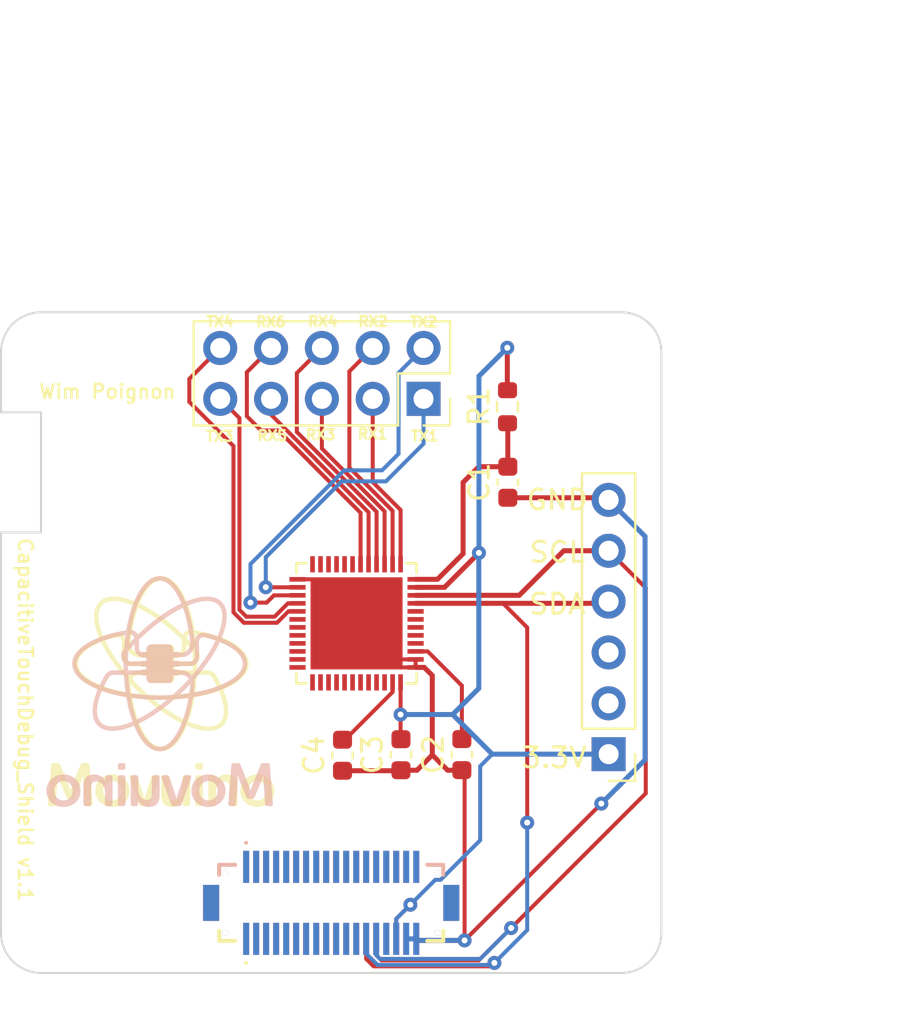
<source format=kicad_pcb>
(kicad_pcb (version 20171130) (host pcbnew "(5.1.10)-1")
  (layers (0 F.Cu signal) (31 B.Cu signal) (34 B.Paste user hide) (35 F.Paste user) (36 B.SilkS user) (37 F.SilkS user) (38 B.Mask user hide) (39 F.Mask user) (44 Edge.Cuts user))
  (net 0 "")
  (net 1 VDDA)
  (net 2 GND)
  (net 3 VDDD)
  (net 4 VCC)
  (net 5 "Net-(C4-Pad2)")
  (net 6 "Net-(J1-PadMP2)")
  (net 7 "Net-(J1-PadMP1)")
  (net 8 "Net-(J1-Pad36)")
  (net 9 "Net-(J1-Pad34)")
  (net 10 "Net-(J1-Pad32)")
  (net 11 "Net-(J1-Pad30)")
  (net 12 "Net-(J1-Pad29)")
  (net 13 "Net-(J1-Pad28)")
  (net 14 SCL)
  (net 15 "Net-(J1-Pad26)")
  (net 16 SDA)
  (net 17 "Net-(J1-Pad24)")
  (net 18 "Net-(J1-Pad23)")
  (net 19 "Net-(J1-Pad22)")
  (net 20 "Net-(J1-Pad21)")
  (net 21 "Net-(J1-Pad20)")
  (net 22 "Net-(J1-Pad19)")
  (net 23 "Net-(J1-Pad18)")
  (net 24 "Net-(J1-Pad17)")
  (net 25 "Net-(J1-Pad16)")
  (net 26 "Net-(J1-Pad15)")
  (net 27 "Net-(J1-Pad14)")
  (net 28 "Net-(J1-Pad13)")
  (net 29 "Net-(J1-Pad12)")
  (net 30 "Net-(J1-Pad11)")
  (net 31 "Net-(J1-Pad10)")
  (net 32 "Net-(J1-Pad9)")
  (net 33 "Net-(J1-Pad8)")
  (net 34 "Net-(J1-Pad7)")
  (net 35 "Net-(J1-Pad6)")
  (net 36 "Net-(J1-Pad5)")
  (net 37 A1)
  (net 38 "Net-(J1-Pad3)")
  (net 39 "Net-(J1-Pad2)")
  (net 40 "Net-(J1-Pad1)")
  (net 41 "Net-(J2-PadMP2)")
  (net 42 "Net-(J2-PadMP1)")
  (net 43 "Net-(J2-Pad35)")
  (net 44 "Net-(J2-Pad33)")
  (net 45 "Net-(J2-Pad31)")
  (net 46 "Net-(J2-Pad30)")
  (net 47 "Net-(J2-Pad29)")
  (net 48 "Net-(J2-Pad27)")
  (net 49 "Net-(J2-Pad25)")
  (net 50 "Net-(J2-Pad24)")
  (net 51 "Net-(J2-Pad23)")
  (net 52 "Net-(J2-Pad22)")
  (net 53 "Net-(J2-Pad21)")
  (net 54 "Net-(J2-Pad20)")
  (net 55 "Net-(J2-Pad19)")
  (net 56 "Net-(J2-Pad18)")
  (net 57 "Net-(J2-Pad17)")
  (net 58 "Net-(J2-Pad16)")
  (net 59 "Net-(J2-Pad15)")
  (net 60 "Net-(J2-Pad14)")
  (net 61 "Net-(J2-Pad13)")
  (net 62 "Net-(J2-Pad12)")
  (net 63 "Net-(J2-Pad11)")
  (net 64 "Net-(J2-Pad10)")
  (net 65 "Net-(J2-Pad9)")
  (net 66 "Net-(J2-Pad8)")
  (net 67 "Net-(J2-Pad7)")
  (net 68 "Net-(J2-Pad6)")
  (net 69 "Net-(J2-Pad5)")
  (net 70 "Net-(J2-Pad4)")
  (net 71 "Net-(J2-Pad2)")
  (net 72 "Net-(J2-Pad1)")
  (net 73 TX4)
  (net 74 TX3)
  (net 75 RX6)
  (net 76 RX5)
  (net 77 RX4)
  (net 78 RX3)
  (net 79 RX2)
  (net 80 RX1)
  (net 81 TX2)
  (net 82 TX1)
  (net 83 "Net-(J4-Pad3)")
  (net 84 "Net-(J4-Pad2)")
  (net 85 "Net-(U1-Pad6)")
  (net 86 "Net-(U1-Pad7)")
  (net 87 "Net-(U1-Pad8)")
  (net 88 "Net-(U1-Pad9)")
  (net 89 "Net-(U1-Pad10)")
  (net 90 "Net-(U1-Pad11)")
  (net 91 "Net-(U1-Pad12)")
  (net 92 "Net-(U1-Pad13)")
  (net 93 "Net-(U1-Pad14)")
  (net 94 "Net-(U1-Pad15)")
  (net 95 "Net-(U1-Pad16)")
  (net 96 "Net-(U1-Pad17)")
  (net 97 "Net-(U1-Pad18)")
  (net 98 "Net-(U1-Pad19)")
  (net 99 "Net-(U1-Pad20)")
  (net 100 "Net-(U1-Pad21)")
  (net 101 "Net-(U1-Pad22)")
  (net 102 "Net-(U1-Pad28)")
  (net 103 "Net-(U1-Pad29)")
  (net 104 "Net-(U1-Pad30)")
  (net 105 "Net-(U1-Pad31)")
  (net 106 "Net-(U1-Pad32)")
  (net 107 "Net-(U1-Pad43)")
  (net 108 "Net-(U1-Pad44)")
  (net 109 "Net-(U1-Pad45)")
  (net 110 "Net-(U1-Pad46)")
  (net 111 "Net-(U1-Pad47)")
  (net 112 "Net-(U1-Pad48)")
  (module MountingHole:MountingHole_2.2mm_M2 (layer F.Cu) (at 93.31198 36.87826)
    (fp_text reference REF** hide)
    (fp_text value MountingHole_2.2mm_M2)
    (pad "" np_thru_hole circle (at -41.31198 15.12174) (size 2.2 2.2) (drill 2.2) (layers *.Cu *.Mask))
  )
  (module Connector_PinSocket_2.54mm:PinSocket_2x05_P2.54mm_Vertical (layer F.Cu) (at 71.11492 54.32552 270)
    (fp_text reference J3 hide)
    (fp_text value Conn_02x05_Top_Bottom)
    (pad 10 thru_hole oval (at -2.54 10.16 270) (size 1.7 1.7) (drill 1) (layers *.Cu *.Mask) (net 73 TX4))
    (pad 9 thru_hole oval (at 0 10.16 270) (size 1.7 1.7) (drill 1) (layers *.Cu *.Mask) (net 74 TX3))
    (pad 8 thru_hole oval (at -2.54 7.62 270) (size 1.7 1.7) (drill 1) (layers *.Cu *.Mask) (net 75 RX6))
    (pad 7 thru_hole oval (at 0 7.62 270) (size 1.7 1.7) (drill 1) (layers *.Cu *.Mask) (net 76 RX5))
    (pad 6 thru_hole oval (at -2.54 5.08 270) (size 1.7 1.7) (drill 1) (layers *.Cu *.Mask) (net 77 RX4))
    (pad 5 thru_hole oval (at 0 5.08 270) (size 1.7 1.7) (drill 1) (layers *.Cu *.Mask) (net 78 RX3))
    (pad 4 thru_hole oval (at -2.54 2.54 270) (size 1.7 1.7) (drill 1) (layers *.Cu *.Mask) (net 79 RX2))
    (pad 3 thru_hole oval (at 0 2.54 270) (size 1.7 1.7) (drill 1) (layers *.Cu *.Mask) (net 80 RX1))
    (pad 2 thru_hole oval (at -2.54 0 270) (size 1.7 1.7) (drill 1) (layers *.Cu *.Mask) (net 81 TX2))
    (pad 1 thru_hole rect (at 0 0 270) (size 1.7 1.7) (drill 1) (layers *.Cu *.Mask) (net 82 TX1))
  )
  (module MountingHole:MountingHole_2.2mm_M2 (layer F.Cu) (at 92.6465 64.23914)
    (fp_text reference REF** hide)
    (fp_text value MountingHole_2.2mm_M2)
    (pad "" np_thru_hole circle (at -40.6465 16.76086) (size 2.2 2.2) (drill 2.2) (layers *.Cu *.Mask))
  )
  (module MountingHole:MountingHole_2.2mm_M2 (layer F.Cu) (at 87.26992 54.2996)
    (fp_text reference REF** hide)
    (fp_text value MountingHole_2.2mm_M2)
    (pad "" np_thru_hole circle (at -6.26992 26.7004) (size 2.2 2.2) (drill 2.2) (layers *.Cu *.Mask))
  )
  (module MountingHole:MountingHole_2.2mm_M2 (layer F.Cu) (at 81.44316 56.55706)
    (fp_text reference REF** hide)
    (fp_text value MountingHole_2.2mm_M2)
    (pad "" np_thru_hole circle (at -0.44316 -4.55706) (size 2.2 2.2) (drill 2.2) (layers *.Cu *.Mask))
  )
  (module MovuinoESP8266:LOGO_MOVUINO_BMP_11MM-BOTTOM (layer F.Cu) (at 57.8866 67.57416)
    (fp_text reference U$8 hide)
    (fp_text value LOGO_MOVUINOBOTTOM_11MM hide)
  )
  (module MovuinoESP8266:LOGO_MOVUINO_BMP_11MM-BOTTOM (layer B.Cu) (at 58.04662 67.57416 180)
    (fp_text reference U$8 hide)
    (fp_text value LOGO_MOVUINOBOTTOM_11MM hide)
  )
  (module DF12_3.0_-36DP-0.5V_86_:DF123036DP05V86 (layer B.Cu) (at 66.5 79.5)
    (fp_text reference J2 hide)
    (fp_text value DF12_3.0_-36DP_Male hide)
    (pad MP2 smd rect (at 6 0) (size 0.8 1.8) (layers B.Cu B.Paste B.Mask) (net 41 "Net-(J2-PadMP2)"))
    (pad MP1 smd rect (at -6 0) (size 0.8 1.8) (layers B.Cu B.Paste B.Mask) (net 42 "Net-(J2-PadMP1)"))
    (pad MH2 thru_hole circle (at 5.3 1.5 270) (size 0.3 0.3) (drill 0.6) (layers *.Cu *.Mask B.SilkS))
    (pad MH1 thru_hole circle (at -5.3 1.5 270) (size 0.3 0.3) (drill 0.6) (layers *.Cu *.Mask B.SilkS))
    (pad 36 smd rect (at 4.25 1.8) (size 0.3 1.6) (layers B.Cu B.Paste B.Mask) (net 2 GND))
    (pad 35 smd rect (at 4.25 -1.8) (size 0.3 1.6) (layers B.Cu B.Paste B.Mask) (net 43 "Net-(J2-Pad35)"))
    (pad 34 smd rect (at 3.75 1.8) (size 0.3 1.6) (layers B.Cu B.Paste B.Mask) (net 2 GND))
    (pad 33 smd rect (at 3.75 -1.8) (size 0.3 1.6) (layers B.Cu B.Paste B.Mask) (net 44 "Net-(J2-Pad33)"))
    (pad 32 smd rect (at 3.25 1.8) (size 0.3 1.6) (layers B.Cu B.Paste B.Mask) (net 4 VCC))
    (pad 31 smd rect (at 3.25 -1.8) (size 0.3 1.6) (layers B.Cu B.Paste B.Mask) (net 45 "Net-(J2-Pad31)"))
    (pad 30 smd rect (at 2.75 1.8) (size 0.3 1.6) (layers B.Cu B.Paste B.Mask) (net 46 "Net-(J2-Pad30)"))
    (pad 29 smd rect (at 2.75 -1.8) (size 0.3 1.6) (layers B.Cu B.Paste B.Mask) (net 47 "Net-(J2-Pad29)"))
    (pad 28 smd rect (at 2.25 1.8) (size 0.3 1.6) (layers B.Cu B.Paste B.Mask) (net 14 SCL))
    (pad 27 smd rect (at 2.25 -1.8) (size 0.3 1.6) (layers B.Cu B.Paste B.Mask) (net 48 "Net-(J2-Pad27)"))
    (pad 26 smd rect (at 1.75 1.8) (size 0.3 1.6) (layers B.Cu B.Paste B.Mask) (net 16 SDA))
    (pad 25 smd rect (at 1.75 -1.8) (size 0.3 1.6) (layers B.Cu B.Paste B.Mask) (net 49 "Net-(J2-Pad25)"))
    (pad 24 smd rect (at 1.25 1.8) (size 0.3 1.6) (layers B.Cu B.Paste B.Mask) (net 50 "Net-(J2-Pad24)"))
    (pad 23 smd rect (at 1.25 -1.8) (size 0.3 1.6) (layers B.Cu B.Paste B.Mask) (net 51 "Net-(J2-Pad23)"))
    (pad 22 smd rect (at 0.75 1.8) (size 0.3 1.6) (layers B.Cu B.Paste B.Mask) (net 52 "Net-(J2-Pad22)"))
    (pad 21 smd rect (at 0.75 -1.8) (size 0.3 1.6) (layers B.Cu B.Paste B.Mask) (net 53 "Net-(J2-Pad21)"))
    (pad 20 smd rect (at 0.25 1.8) (size 0.3 1.6) (layers B.Cu B.Paste B.Mask) (net 54 "Net-(J2-Pad20)"))
    (pad 19 smd rect (at 0.25 -1.8) (size 0.3 1.6) (layers B.Cu B.Paste B.Mask) (net 55 "Net-(J2-Pad19)"))
    (pad 18 smd rect (at -0.25 1.8) (size 0.3 1.6) (layers B.Cu B.Paste B.Mask) (net 56 "Net-(J2-Pad18)"))
    (pad 17 smd rect (at -0.25 -1.8) (size 0.3 1.6) (layers B.Cu B.Paste B.Mask) (net 57 "Net-(J2-Pad17)"))
    (pad 16 smd rect (at -0.75 1.8) (size 0.3 1.6) (layers B.Cu B.Paste B.Mask) (net 58 "Net-(J2-Pad16)"))
    (pad 15 smd rect (at -0.75 -1.8) (size 0.3 1.6) (layers B.Cu B.Paste B.Mask) (net 59 "Net-(J2-Pad15)"))
    (pad 14 smd rect (at -1.25 1.8) (size 0.3 1.6) (layers B.Cu B.Paste B.Mask) (net 60 "Net-(J2-Pad14)"))
    (pad 13 smd rect (at -1.25 -1.8) (size 0.3 1.6) (layers B.Cu B.Paste B.Mask) (net 61 "Net-(J2-Pad13)"))
    (pad 12 smd rect (at -1.75 1.8) (size 0.3 1.6) (layers B.Cu B.Paste B.Mask) (net 62 "Net-(J2-Pad12)"))
    (pad 11 smd rect (at -1.75 -1.8) (size 0.3 1.6) (layers B.Cu B.Paste B.Mask) (net 63 "Net-(J2-Pad11)"))
    (pad 10 smd rect (at -2.25 1.8) (size 0.3 1.6) (layers B.Cu B.Paste B.Mask) (net 64 "Net-(J2-Pad10)"))
    (pad 9 smd rect (at -2.25 -1.8) (size 0.3 1.6) (layers B.Cu B.Paste B.Mask) (net 65 "Net-(J2-Pad9)"))
    (pad 8 smd rect (at -2.75 1.8) (size 0.3 1.6) (layers B.Cu B.Paste B.Mask) (net 66 "Net-(J2-Pad8)"))
    (pad 7 smd rect (at -2.75 -1.8) (size 0.3 1.6) (layers B.Cu B.Paste B.Mask) (net 67 "Net-(J2-Pad7)"))
    (pad 6 smd rect (at -3.25 1.8) (size 0.3 1.6) (layers B.Cu B.Paste B.Mask) (net 68 "Net-(J2-Pad6)"))
    (pad 5 smd rect (at -3.25 -1.8) (size 0.3 1.6) (layers B.Cu B.Paste B.Mask) (net 69 "Net-(J2-Pad5)"))
    (pad 4 smd rect (at -3.75 1.8) (size 0.3 1.6) (layers B.Cu B.Paste B.Mask) (net 70 "Net-(J2-Pad4)"))
    (pad 3 smd rect (at -3.75 -1.8) (size 0.3 1.6) (layers B.Cu B.Paste B.Mask) (net 37 A1))
    (pad 2 smd rect (at -4.25 1.8) (size 0.3 1.6) (layers B.Cu B.Paste B.Mask) (net 71 "Net-(J2-Pad2)"))
    (pad 1 smd rect (at -4.25 -1.8) (size 0.3 1.6) (layers B.Cu B.Paste B.Mask) (net 72 "Net-(J2-Pad1)"))
  )
  (module FT5316dme:QFN40P600X600X60-49N (layer F.Cu) (at 67.7672 65.53962)
    (fp_text reference U1 hide)
    (fp_text value FT5316DME hide)
    (pad 48 smd rect (at -2.2 -2.95) (size 0.23 0.81) (layers F.Cu F.Paste F.Mask) (net 112 "Net-(U1-Pad48)"))
    (pad 47 smd rect (at -1.8 -2.95) (size 0.23 0.81) (layers F.Cu F.Paste F.Mask) (net 111 "Net-(U1-Pad47)"))
    (pad 46 smd rect (at -1.4 -2.95) (size 0.23 0.81) (layers F.Cu F.Paste F.Mask) (net 110 "Net-(U1-Pad46)"))
    (pad 45 smd rect (at -1 -2.95) (size 0.23 0.81) (layers F.Cu F.Paste F.Mask) (net 109 "Net-(U1-Pad45)"))
    (pad 44 smd rect (at -0.6 -2.95) (size 0.23 0.81) (layers F.Cu F.Paste F.Mask) (net 108 "Net-(U1-Pad44)"))
    (pad 43 smd rect (at -0.2 -2.95) (size 0.23 0.81) (layers F.Cu F.Paste F.Mask) (net 107 "Net-(U1-Pad43)"))
    (pad 42 smd rect (at 0.2 -2.95) (size 0.23 0.81) (layers F.Cu F.Paste F.Mask) (net 75 RX6))
    (pad 41 smd rect (at 0.6 -2.95) (size 0.23 0.81) (layers F.Cu F.Paste F.Mask) (net 76 RX5))
    (pad 40 smd rect (at 1 -2.95) (size 0.23 0.81) (layers F.Cu F.Paste F.Mask) (net 77 RX4))
    (pad 39 smd rect (at 1.4 -2.95) (size 0.23 0.81) (layers F.Cu F.Paste F.Mask) (net 78 RX3))
    (pad 38 smd rect (at 1.8 -2.95) (size 0.23 0.81) (layers F.Cu F.Paste F.Mask) (net 79 RX2))
    (pad 37 smd rect (at 2.2 -2.95) (size 0.23 0.81) (layers F.Cu F.Paste F.Mask) (net 80 RX1))
    (pad 36 smd rect (at 2.95 -2.2) (size 0.81 0.23) (layers F.Cu F.Paste F.Mask) (net 1 VDDA))
    (pad 35 smd rect (at 2.95 -1.8) (size 0.81 0.23) (layers F.Cu F.Paste F.Mask) (net 4 VCC))
    (pad 34 smd rect (at 2.95 -1.4) (size 0.81 0.23) (layers F.Cu F.Paste F.Mask) (net 14 SCL))
    (pad 33 smd rect (at 2.95 -1) (size 0.81 0.23) (layers F.Cu F.Paste F.Mask) (net 16 SDA))
    (pad 32 smd rect (at 2.95 -0.6) (size 0.81 0.23) (layers F.Cu F.Paste F.Mask) (net 106 "Net-(U1-Pad32)"))
    (pad 31 smd rect (at 2.95 -0.2) (size 0.81 0.23) (layers F.Cu F.Paste F.Mask) (net 105 "Net-(U1-Pad31)"))
    (pad 30 smd rect (at 2.95 0.2) (size 0.81 0.23) (layers F.Cu F.Paste F.Mask) (net 104 "Net-(U1-Pad30)"))
    (pad 29 smd rect (at 2.95 0.6) (size 0.81 0.23) (layers F.Cu F.Paste F.Mask) (net 103 "Net-(U1-Pad29)"))
    (pad 28 smd rect (at 2.95 1) (size 0.81 0.23) (layers F.Cu F.Paste F.Mask) (net 102 "Net-(U1-Pad28)"))
    (pad 27 smd rect (at 2.95 1.4) (size 0.81 0.23) (layers F.Cu F.Paste F.Mask) (net 3 VDDD))
    (pad 26 smd rect (at 2.95 1.8) (size 0.81 0.23) (layers F.Cu F.Paste F.Mask) (net 2 GND))
    (pad 25 smd rect (at 2.95 2.2) (size 0.81 0.23) (layers F.Cu F.Paste F.Mask) (net 2 GND))
    (pad 24 smd rect (at 2.2 2.95) (size 0.23 0.81) (layers F.Cu F.Paste F.Mask) (net 4 VCC))
    (pad 23 smd rect (at 1.8 2.95) (size 0.23 0.81) (layers F.Cu F.Paste F.Mask) (net 5 "Net-(C4-Pad2)"))
    (pad 22 smd rect (at 1.4 2.95) (size 0.23 0.81) (layers F.Cu F.Paste F.Mask) (net 101 "Net-(U1-Pad22)"))
    (pad 21 smd rect (at 1 2.95) (size 0.23 0.81) (layers F.Cu F.Paste F.Mask) (net 100 "Net-(U1-Pad21)"))
    (pad 20 smd rect (at 0.6 2.95) (size 0.23 0.81) (layers F.Cu F.Paste F.Mask) (net 99 "Net-(U1-Pad20)"))
    (pad 19 smd rect (at 0.2 2.95) (size 0.23 0.81) (layers F.Cu F.Paste F.Mask) (net 98 "Net-(U1-Pad19)"))
    (pad 18 smd rect (at -0.2 2.95) (size 0.23 0.81) (layers F.Cu F.Paste F.Mask) (net 97 "Net-(U1-Pad18)"))
    (pad 17 smd rect (at -0.6 2.95) (size 0.23 0.81) (layers F.Cu F.Paste F.Mask) (net 96 "Net-(U1-Pad17)"))
    (pad 16 smd rect (at -1 2.95) (size 0.23 0.81) (layers F.Cu F.Paste F.Mask) (net 95 "Net-(U1-Pad16)"))
    (pad 15 smd rect (at -1.4 2.95) (size 0.23 0.81) (layers F.Cu F.Paste F.Mask) (net 94 "Net-(U1-Pad15)"))
    (pad 14 smd rect (at -1.8 2.95) (size 0.23 0.81) (layers F.Cu F.Paste F.Mask) (net 93 "Net-(U1-Pad14)"))
    (pad 13 smd rect (at -2.2 2.95) (size 0.23 0.81) (layers F.Cu F.Paste F.Mask) (net 92 "Net-(U1-Pad13)"))
    (pad 12 smd rect (at -2.95 2.2) (size 0.81 0.23) (layers F.Cu F.Paste F.Mask) (net 91 "Net-(U1-Pad12)"))
    (pad 11 smd rect (at -2.95 1.8) (size 0.81 0.23) (layers F.Cu F.Paste F.Mask) (net 90 "Net-(U1-Pad11)"))
    (pad 10 smd rect (at -2.95 1.4) (size 0.81 0.23) (layers F.Cu F.Paste F.Mask) (net 89 "Net-(U1-Pad10)"))
    (pad 9 smd rect (at -2.95 1) (size 0.81 0.23) (layers F.Cu F.Paste F.Mask) (net 88 "Net-(U1-Pad9)"))
    (pad 8 smd rect (at -2.95 0.6) (size 0.81 0.23) (layers F.Cu F.Paste F.Mask) (net 87 "Net-(U1-Pad8)"))
    (pad 7 smd rect (at -2.95 0.2) (size 0.81 0.23) (layers F.Cu F.Paste F.Mask) (net 86 "Net-(U1-Pad7)"))
    (pad 6 smd rect (at -2.95 -0.2) (size 0.81 0.23) (layers F.Cu F.Paste F.Mask) (net 85 "Net-(U1-Pad6)"))
    (pad 5 smd rect (at -2.95 -0.6) (size 0.81 0.23) (layers F.Cu F.Paste F.Mask) (net 73 TX4))
    (pad 4 smd rect (at -2.95 -1) (size 0.81 0.23) (layers F.Cu F.Paste F.Mask) (net 74 TX3))
    (pad 3 smd rect (at -2.95 -1.4) (size 0.81 0.23) (layers F.Cu F.Paste F.Mask) (net 81 TX2))
    (pad 2 smd rect (at -2.95 -1.8) (size 0.81 0.23) (layers F.Cu F.Paste F.Mask) (net 82 TX1))
    (pad 1 smd rect (at -2.95 -2.2) (size 0.81 0.23) (layers F.Cu F.Paste F.Mask) (net 2 GND))
    (pad 49 smd rect (at 0 0) (size 4.6 4.6) (layers F.Cu F.Mask))
  )
  (module Resistor_SMD:R_0603_1608Metric (layer F.Cu) (at 75.311 54.71972 90)
    (fp_text reference R1 (at 0 -1.43 90) (layer F.SilkS))
    (fp_text value "300 Ohm" hide)
    (pad 2 smd roundrect (at 0.825 0 90) (size 0.8 0.95) (layers F.Cu F.Paste F.Mask) (net 4 VCC))
    (pad 1 smd roundrect (at -0.825 0 90) (size 0.8 0.95) (layers F.Cu F.Paste F.Mask) (net 1 VDDA))
  )
  (module Connector_PinHeader_2.54mm:PinHeader_1x06_P2.54mm_Vertical (layer F.Cu) (at 80.36306 72.0725 180)
    (fp_text reference J4 hide)
    (fp_text value Conn_01x06_Male hide)
    (pad 6 thru_hole oval (at 0 12.7 180) (size 1.7 1.7) (drill 1) (layers *.Cu *.Mask) (net 2 GND))
    (pad 5 thru_hole oval (at 0 10.16 180) (size 1.7 1.7) (drill 1) (layers *.Cu *.Mask) (net 14 SCL))
    (pad 4 thru_hole oval (at 0 7.62 180) (size 1.7 1.7) (drill 1) (layers *.Cu *.Mask) (net 16 SDA))
    (pad 3 thru_hole oval (at 0 5.08 180) (size 1.7 1.7) (drill 1) (layers *.Cu *.Mask) (net 83 "Net-(J4-Pad3)"))
    (pad 2 thru_hole oval (at 0 2.54 180) (size 1.7 1.7) (drill 1) (layers *.Cu *.Mask) (net 84 "Net-(J4-Pad2)"))
    (pad 1 thru_hole rect (at 0 0 180) (size 1.7 1.7) (drill 1) (layers *.Cu *.Mask) (net 4 VCC))
  )
  (module DF12_3.0_-36DP-0.5V_86_:DF123036DP05V86 (layer F.Cu) (at 66.5 79.5)
    (fp_text reference J1 hide)
    (fp_text value DF12_3.0_-36DP_Female hide)
    (pad MP2 smd rect (at 6 0) (size 0.8 1.8) (layers F.Cu F.Paste F.Mask) (net 6 "Net-(J1-PadMP2)"))
    (pad MP1 smd rect (at -6 0) (size 0.8 1.8) (layers F.Cu F.Paste F.Mask) (net 7 "Net-(J1-PadMP1)"))
    (pad MH2 thru_hole circle (at 5.3 -1.5 90) (size 0.3 0.3) (drill 0.6) (layers *.Cu *.Mask F.SilkS))
    (pad MH1 thru_hole circle (at -5.3 -1.5 90) (size 0.3 0.3) (drill 0.6) (layers *.Cu *.Mask F.SilkS))
    (pad 36 smd rect (at 4.25 -1.8) (size 0.3 1.6) (layers F.Cu F.Paste F.Mask) (net 8 "Net-(J1-Pad36)"))
    (pad 35 smd rect (at 4.25 1.8) (size 0.3 1.6) (layers F.Cu F.Paste F.Mask) (net 2 GND))
    (pad 34 smd rect (at 3.75 -1.8) (size 0.3 1.6) (layers F.Cu F.Paste F.Mask) (net 9 "Net-(J1-Pad34)"))
    (pad 33 smd rect (at 3.75 1.8) (size 0.3 1.6) (layers F.Cu F.Paste F.Mask) (net 2 GND))
    (pad 32 smd rect (at 3.25 -1.8) (size 0.3 1.6) (layers F.Cu F.Paste F.Mask) (net 10 "Net-(J1-Pad32)"))
    (pad 31 smd rect (at 3.25 1.8) (size 0.3 1.6) (layers F.Cu F.Paste F.Mask) (net 4 VCC))
    (pad 30 smd rect (at 2.75 -1.8) (size 0.3 1.6) (layers F.Cu F.Paste F.Mask) (net 11 "Net-(J1-Pad30)"))
    (pad 29 smd rect (at 2.75 1.8) (size 0.3 1.6) (layers F.Cu F.Paste F.Mask) (net 12 "Net-(J1-Pad29)"))
    (pad 28 smd rect (at 2.25 -1.8) (size 0.3 1.6) (layers F.Cu F.Paste F.Mask) (net 13 "Net-(J1-Pad28)"))
    (pad 27 smd rect (at 2.25 1.8) (size 0.3 1.6) (layers F.Cu F.Paste F.Mask) (net 14 SCL))
    (pad 26 smd rect (at 1.75 -1.8) (size 0.3 1.6) (layers F.Cu F.Paste F.Mask) (net 15 "Net-(J1-Pad26)"))
    (pad 25 smd rect (at 1.75 1.8) (size 0.3 1.6) (layers F.Cu F.Paste F.Mask) (net 16 SDA))
    (pad 24 smd rect (at 1.25 -1.8) (size 0.3 1.6) (layers F.Cu F.Paste F.Mask) (net 17 "Net-(J1-Pad24)"))
    (pad 23 smd rect (at 1.25 1.8) (size 0.3 1.6) (layers F.Cu F.Paste F.Mask) (net 18 "Net-(J1-Pad23)"))
    (pad 22 smd rect (at 0.75 -1.8) (size 0.3 1.6) (layers F.Cu F.Paste F.Mask) (net 19 "Net-(J1-Pad22)"))
    (pad 21 smd rect (at 0.75 1.8) (size 0.3 1.6) (layers F.Cu F.Paste F.Mask) (net 20 "Net-(J1-Pad21)"))
    (pad 20 smd rect (at 0.25 -1.8) (size 0.3 1.6) (layers F.Cu F.Paste F.Mask) (net 21 "Net-(J1-Pad20)"))
    (pad 19 smd rect (at 0.25 1.8) (size 0.3 1.6) (layers F.Cu F.Paste F.Mask) (net 22 "Net-(J1-Pad19)"))
    (pad 18 smd rect (at -0.25 -1.8) (size 0.3 1.6) (layers F.Cu F.Paste F.Mask) (net 23 "Net-(J1-Pad18)"))
    (pad 17 smd rect (at -0.25 1.8) (size 0.3 1.6) (layers F.Cu F.Paste F.Mask) (net 24 "Net-(J1-Pad17)"))
    (pad 16 smd rect (at -0.75 -1.8) (size 0.3 1.6) (layers F.Cu F.Paste F.Mask) (net 25 "Net-(J1-Pad16)"))
    (pad 15 smd rect (at -0.75 1.8) (size 0.3 1.6) (layers F.Cu F.Paste F.Mask) (net 26 "Net-(J1-Pad15)"))
    (pad 14 smd rect (at -1.25 -1.8) (size 0.3 1.6) (layers F.Cu F.Paste F.Mask) (net 27 "Net-(J1-Pad14)"))
    (pad 13 smd rect (at -1.25 1.8) (size 0.3 1.6) (layers F.Cu F.Paste F.Mask) (net 28 "Net-(J1-Pad13)"))
    (pad 12 smd rect (at -1.75 -1.8) (size 0.3 1.6) (layers F.Cu F.Paste F.Mask) (net 29 "Net-(J1-Pad12)"))
    (pad 11 smd rect (at -1.75 1.8) (size 0.3 1.6) (layers F.Cu F.Paste F.Mask) (net 30 "Net-(J1-Pad11)"))
    (pad 10 smd rect (at -2.25 -1.8) (size 0.3 1.6) (layers F.Cu F.Paste F.Mask) (net 31 "Net-(J1-Pad10)"))
    (pad 9 smd rect (at -2.25 1.8) (size 0.3 1.6) (layers F.Cu F.Paste F.Mask) (net 32 "Net-(J1-Pad9)"))
    (pad 8 smd rect (at -2.75 -1.8) (size 0.3 1.6) (layers F.Cu F.Paste F.Mask) (net 33 "Net-(J1-Pad8)"))
    (pad 7 smd rect (at -2.75 1.8) (size 0.3 1.6) (layers F.Cu F.Paste F.Mask) (net 34 "Net-(J1-Pad7)"))
    (pad 6 smd rect (at -3.25 -1.8) (size 0.3 1.6) (layers F.Cu F.Paste F.Mask) (net 35 "Net-(J1-Pad6)"))
    (pad 5 smd rect (at -3.25 1.8) (size 0.3 1.6) (layers F.Cu F.Paste F.Mask) (net 36 "Net-(J1-Pad5)"))
    (pad 4 smd rect (at -3.75 -1.8) (size 0.3 1.6) (layers F.Cu F.Paste F.Mask) (net 37 A1))
    (pad 3 smd rect (at -3.75 1.8) (size 0.3 1.6) (layers F.Cu F.Paste F.Mask) (net 38 "Net-(J1-Pad3)"))
    (pad 2 smd rect (at -4.25 -1.8) (size 0.3 1.6) (layers F.Cu F.Paste F.Mask) (net 39 "Net-(J1-Pad2)"))
    (pad 1 smd rect (at -4.25 1.8) (size 0.3 1.6) (layers F.Cu F.Paste F.Mask) (net 40 "Net-(J1-Pad1)"))
  )
  (module Capacitor_SMD:C_0603_1608Metric (layer F.Cu) (at 67.06616 72.12584 90)
    (fp_text reference C4 (at 0 -1.43 90) (layer F.SilkS))
    (fp_text value 1uF)
    (pad 2 smd roundrect (at 0.775 0 90) (size 0.9 0.95) (layers F.Cu F.Paste F.Mask) (net 5 "Net-(C4-Pad2)"))
    (pad 1 smd roundrect (at -0.775 0 90) (size 0.9 0.95) (layers F.Cu F.Paste F.Mask) (net 2 GND))
  )
  (module Capacitor_SMD:C_0603_1608Metric (layer F.Cu) (at 69.98716 72.10074 90)
    (fp_text reference C3 (at 0 -1.43 90) (layer F.SilkS))
    (fp_text value 1uF)
    (pad 2 smd roundrect (at 0.775 0 90) (size 0.9 0.95) (layers F.Cu F.Paste F.Mask) (net 4 VCC))
    (pad 1 smd roundrect (at -0.775 0 90) (size 0.9 0.95) (layers F.Cu F.Paste F.Mask) (net 2 GND))
  )
  (module Capacitor_SMD:C_0603_1608Metric (layer F.Cu) (at 73.03008 72.09536 90)
    (fp_text reference C2 (at 0 -1.43 90) (layer F.SilkS))
    (fp_text value 1uF)
    (pad 2 smd roundrect (at 0.775 0 90) (size 0.9 0.95) (layers F.Cu F.Paste F.Mask) (net 3 VDDD))
    (pad 1 smd roundrect (at -0.775 0 90) (size 0.9 0.95) (layers F.Cu F.Paste F.Mask) (net 2 GND))
  )
  (module Capacitor_SMD:C_0603_1608Metric (layer F.Cu) (at 75.32624 58.49112 90)
    (fp_text reference C1 (at 0 -1.43 90) (layer F.SilkS))
    (fp_text value 1uF)
    (pad 2 smd roundrect (at 0.775 0 90) (size 0.9 0.95) (layers F.Cu F.Paste F.Mask) (net 1 VDDA))
    (pad 1 smd roundrect (at -0.775 0 90) (size 0.9 0.95) (layers F.Cu F.Paste F.Mask) (net 2 GND))
  )
  (gr_text TX4 (at 60.93968 50.46218) (layer F.SilkS) (effects (font (size 0.5 0.5) (thickness 0.125))))
  (gr_text TX3 (at 60.92952 56.1975) (layer F.SilkS) (effects (font (size 0.5 0.5) (thickness 0.125))))
  (gr_text RX6 (at 63.4873 50.47996) (layer F.SilkS) (effects (font (size 0.5 0.5) (thickness 0.125))))
  (gr_text RX5 (at 63.55588 56.16702) (layer F.SilkS) (effects (font (size 0.5 0.5) (thickness 0.125))))
  (gr_text RX4 (at 66.07556 50.46218) (layer F.SilkS) (effects (font (size 0.5 0.5) (thickness 0.125))))
  (gr_text RX3 (at 65.97396 56.11876) (layer F.SilkS) (effects (font (size 0.5 0.5) (thickness 0.125))))
  (gr_text RX2 (at 68.59524 50.46218) (layer F.SilkS) (effects (font (size 0.5 0.5) (thickness 0.125))))
  (gr_text RX1 (at 68.57238 56.08066) (layer F.SilkS) (effects (font (size 0.5 0.5) (thickness 0.125))))
  (gr_text TX1 (at 71.1708 56.18226) (layer F.SilkS) (effects (font (size 0.5 0.5) (thickness 0.125))))
  (gr_text TX2 (at 71.12508 50.48758) (layer F.SilkS) (effects (font (size 0.5 0.5) (thickness 0.125))))
  (gr_text "Wim Poignon" (at 55.31866 53.9623) (layer F.SilkS) (effects (font (size 0.7 0.7) (thickness 0.125))))
  (gr_text "CapacitiveTouchDebug_Shield v1.1" (at 51.21148 70.35292 -90) (layer F.SilkS) (effects (font (size 0.7 0.7) (thickness 0.125))))
  (gr_text 3.3V (at 77.64526 72.25284) (layer F.SilkS) (effects (font (size 1 1))))
  (gr_text SDA (at 77.8 64.5795) (layer F.SilkS) (effects (font (size 1 1))))
  (gr_text "SCL\n" (at 77.8 61.9887) (layer F.SilkS) (effects (font (size 1 1))))
  (gr_text GND (at 77.8 59.3725) (layer F.SilkS) (effects (font (size 1 1))))
  (gr_arc (start 52 81) (end 52 83) (angle 90) (layer Edge.Cuts) (width 0.1))
  (gr_arc (start 81 81) (end 81 83) (angle -90) (layer Edge.Cuts) (width 0.1))
  (gr_arc (start 52 52) (end 52 50) (angle -90) (layer Edge.Cuts) (width 0.1))
  (gr_arc (start 81 52) (end 81 50) (angle 90) (layer Edge.Cuts) (width 0.1))
  (gr_line (start 50 52) (end 50 55) (layer Edge.Cuts) (width 0.1))
  (gr_line (start 50 55) (end 52 55) (layer Edge.Cuts) (width 0.1))
  (gr_line (start 52 55) (end 52 61) (layer Edge.Cuts) (width 0.1))
  (gr_line (start 52 61) (end 50 61) (layer Edge.Cuts) (width 0.1))
  (gr_line (start 50 61) (end 50 81) (layer Edge.Cuts) (width 0.1))
  (gr_line (start 52 83) (end 81 83) (layer Edge.Cuts) (width 0.1))
  (gr_line (start 83 52) (end 83 81) (layer Edge.Cuts) (width 0.1))
  (gr_line (start 52 50) (end 81 50) (layer Edge.Cuts) (width 0.1))
  (segment (start 70.7172 63.33962) (end 71.81124 63.33962) (width 0.25) (layer F.Cu) (net 1))
  (segment (start 71.81124 63.33962) (end 73.09104 62.05982) (width 0.25) (layer F.Cu) (net 1))
  (segment (start 73.09104 62.05982) (end 73.09104 58.49874) (width 0.25) (layer F.Cu) (net 1))
  (segment (start 73.87366 57.71612) (end 75.32624 57.71612) (width 0.25) (layer F.Cu) (net 1))
  (segment (start 73.09104 58.49874) (end 73.87366 57.71612) (width 0.25) (layer F.Cu) (net 1))
  (segment (start 75.32624 55.55996) (end 75.311 55.54472) (width 0.2) (layer F.Cu) (net 1))
  (segment (start 75.32624 57.71612) (end 75.32624 55.55996) (width 0.25) (layer F.Cu) (net 1))
  (segment (start 65.5672 63.33962) (end 67.7672 65.53962) (width 0.2) (layer F.Cu) (net 2))
  (segment (start 64.8172 63.33962) (end 65.5672 63.33962) (width 0.2) (layer F.Cu) (net 2))
  (segment (start 69.5672 67.33962) (end 70.7172 67.33962) (width 0.2) (layer F.Cu) (net 2))
  (segment (start 67.7672 65.53962) (end 69.5672 67.33962) (width 0.2) (layer F.Cu) (net 2))
  (segment (start 69.9672 67.73962) (end 70.7172 67.73962) (width 0.2) (layer F.Cu) (net 2))
  (segment (start 67.7672 65.53962) (end 69.9672 67.73962) (width 0.2) (layer F.Cu) (net 2))
  (segment (start 69.96206 72.90084) (end 69.98716 72.87574) (width 0.25) (layer F.Cu) (net 2))
  (segment (start 67.06616 72.90084) (end 69.96206 72.90084) (width 0.25) (layer F.Cu) (net 2))
  (segment (start 73.0247 72.87574) (end 73.03008 72.87036) (width 0.25) (layer F.Cu) (net 2))
  (segment (start 70.25 81.3) (end 70.75 81.3) (width 0.25) (layer F.Cu) (net 2))
  (segment (start 70.7172 67.73962) (end 71.15084 67.73962) (width 0.25) (layer F.Cu) (net 2))
  (segment (start 71.15084 67.73962) (end 71.5518 68.14058) (width 0.25) (layer F.Cu) (net 2))
  (segment (start 71.5518 72.1118) (end 72.31574 72.87574) (width 0.25) (layer F.Cu) (net 2))
  (segment (start 71.5518 68.14058) (end 71.5518 72.1118) (width 0.25) (layer F.Cu) (net 2))
  (segment (start 72.31574 72.87574) (end 73.0247 72.87574) (width 0.25) (layer F.Cu) (net 2))
  (segment (start 70.78786 72.87574) (end 71.5518 72.1118) (width 0.25) (layer F.Cu) (net 2))
  (segment (start 69.98716 72.87574) (end 70.78786 72.87574) (width 0.25) (layer F.Cu) (net 2))
  (segment (start 80.25668 59.26612) (end 80.36306 59.3725) (width 0.2) (layer F.Cu) (net 2))
  (segment (start 75.32624 59.26612) (end 80.25668 59.26612) (width 0.25) (layer F.Cu) (net 2))
  (segment (start 70.25 81.3) (end 70.75 81.3) (width 0.25) (layer B.Cu) (net 2))
  (segment (start 80.36306 59.3725) (end 82.18424 61.19368) (width 0.25) (layer B.Cu) (net 2))
  (segment (start 70.825001 81.375001) (end 70.75 81.3) (width 0.25) (layer B.Cu) (net 2))
  (segment (start 73.165561 81.375001) (end 70.825001 81.375001) (width 0.25) (layer B.Cu) (net 2))
  (segment (start 82.18424 72.356322) (end 79.998241 74.542321) (width 0.25) (layer B.Cu) (net 2))
  (segment (start 82.18424 61.19368) (end 82.18424 72.356322) (width 0.25) (layer B.Cu) (net 2))
  (via (at 73.165561 81.375001) (size 0.7) (drill 0.3) (layers F.Cu B.Cu) (net 2))
  (segment (start 70.825001 81.375001) (end 73.165561 81.375001) (width 0.25) (layer F.Cu) (net 2))
  (segment (start 70.75 81.3) (end 70.825001 81.375001) (width 0.25) (layer F.Cu) (net 2))
  (via (at 79.998241 74.542321) (size 0.7) (drill 0.3) (layers F.Cu B.Cu) (net 2))
  (segment (start 79.998241 74.542321) (end 73.165561 81.375001) (width 0.2) (layer F.Cu) (net 2))
  (segment (start 73.165561 73.005841) (end 73.165561 81.375001) (width 0.2) (layer F.Cu) (net 2))
  (segment (start 73.03008 72.87036) (end 73.165561 73.005841) (width 0.2) (layer F.Cu) (net 2))
  (segment (start 70.7172 67.33962) (end 70.7172 67.73962) (width 0.2) (layer F.Cu) (net 2))
  (segment (start 73.03008 68.6475) (end 73.03008 71.32036) (width 0.2) (layer F.Cu) (net 3))
  (segment (start 71.3222 66.93962) (end 73.03008 68.6475) (width 0.2) (layer F.Cu) (net 3))
  (segment (start 70.7172 66.93962) (end 71.3222 66.93962) (width 0.2) (layer F.Cu) (net 3))
  (segment (start 69.9672 71.30578) (end 69.98716 71.32574) (width 0.2) (layer F.Cu) (net 4))
  (segment (start 69.9672 68.48962) (end 69.9672 70.09348) (width 0.2) (layer F.Cu) (net 4))
  (segment (start 70.7172 63.73962) (end 72.16308 63.73962) (width 0.25) (layer F.Cu) (net 4))
  (segment (start 72.16308 63.73962) (end 73.88352 62.01918) (width 0.25) (layer F.Cu) (net 4))
  (segment (start 69.9672 70.09348) (end 69.9672 71.30578) (width 0.2) (layer F.Cu) (net 4))
  (via (at 69.9672 70.09348) (size 0.7) (drill 0.3) (layers F.Cu B.Cu) (net 4))
  (segment (start 69.9672 70.09348) (end 72.56816 70.09348) (width 0.25) (layer B.Cu) (net 4))
  (segment (start 72.56816 70.09348) (end 73.8759 68.78574) (width 0.25) (layer B.Cu) (net 4))
  (via (at 73.88352 62.01918) (size 0.7) (drill 0.3) (layers F.Cu B.Cu) (net 4))
  (segment (start 73.8759 62.0268) (end 73.88352 62.01918) (width 0.25) (layer B.Cu) (net 4))
  (segment (start 73.8759 68.78574) (end 73.8759 62.0268) (width 0.25) (layer B.Cu) (net 4))
  (segment (start 74.54718 72.0725) (end 72.56816 70.09348) (width 0.25) (layer B.Cu) (net 4))
  (segment (start 80.36306 72.0725) (end 74.54718 72.0725) (width 0.25) (layer B.Cu) (net 4))
  (via (at 75.30084 51.77282) (size 0.7) (drill 0.3) (layers F.Cu B.Cu) (net 4))
  (segment (start 73.88352 53.19014) (end 75.30084 51.77282) (width 0.25) (layer B.Cu) (net 4))
  (segment (start 73.88352 62.01918) (end 73.88352 53.19014) (width 0.25) (layer B.Cu) (net 4))
  (segment (start 75.30084 53.88456) (end 75.311 53.89472) (width 0.25) (layer F.Cu) (net 4))
  (segment (start 75.30084 51.77282) (end 75.30084 53.88456) (width 0.25) (layer F.Cu) (net 4))
  (segment (start 71.968001 78.350001) (end 73.94448 76.373522) (width 0.2) (layer B.Cu) (net 4))
  (segment (start 71.699999 78.350001) (end 71.968001 78.350001) (width 0.2) (layer B.Cu) (net 4))
  (segment (start 73.94448 72.6752) (end 74.54718 72.0725) (width 0.2) (layer B.Cu) (net 4))
  (segment (start 73.94448 76.373522) (end 73.94448 72.6752) (width 0.2) (layer B.Cu) (net 4))
  (via (at 70.45681 79.59319) (size 0.7) (drill 0.3) (layers F.Cu B.Cu) (net 4))
  (segment (start 69.75 80.3) (end 70.45681 79.59319) (width 0.2) (layer B.Cu) (net 4))
  (segment (start 69.75 81.3) (end 69.75 80.3) (width 0.2) (layer B.Cu) (net 4))
  (segment (start 70.45681 79.59319) (end 71.699999 78.350001) (width 0.2) (layer B.Cu) (net 4))
  (segment (start 69.75 80.3) (end 69.75 81.3) (width 0.2) (layer F.Cu) (net 4))
  (segment (start 70.45681 79.59319) (end 69.75 80.3) (width 0.2) (layer F.Cu) (net 4))
  (segment (start 67.185982 71.35084) (end 67.06616 71.35084) (width 0.2) (layer F.Cu) (net 5))
  (segment (start 69.5672 68.969622) (end 67.185982 71.35084) (width 0.2) (layer F.Cu) (net 5))
  (segment (start 69.5672 68.48962) (end 69.5672 68.969622) (width 0.2) (layer F.Cu) (net 5))
  (segment (start 70.7172 64.13962) (end 75.89566 64.13962) (width 0.25) (layer F.Cu) (net 14))
  (segment (start 78.12278 61.9125) (end 80.36306 61.9125) (width 0.25) (layer F.Cu) (net 14))
  (segment (start 75.89566 64.13962) (end 78.12278 61.9125) (width 0.25) (layer F.Cu) (net 14))
  (segment (start 68.75 82.110002) (end 69.012198 82.3722) (width 0.2) (layer F.Cu) (net 14))
  (segment (start 68.75 81.3) (end 68.75 82.110002) (width 0.2) (layer F.Cu) (net 14))
  (segment (start 69.012198 82.3722) (end 73.87844 82.3722) (width 0.2) (layer F.Cu) (net 14))
  (segment (start 82.2198 63.76924) (end 80.36306 61.9125) (width 0.2) (layer F.Cu) (net 14))
  (segment (start 82.2198 74.03084) (end 82.2198 63.76924) (width 0.2) (layer F.Cu) (net 14))
  (via (at 75.49134 80.7593) (size 0.7) (drill 0.3) (layers F.Cu B.Cu) (net 14))
  (segment (start 73.950639 82.300001) (end 75.49134 80.7593) (width 0.2) (layer B.Cu) (net 14))
  (segment (start 68.939999 82.300001) (end 73.950639 82.300001) (width 0.2) (layer B.Cu) (net 14))
  (segment (start 68.75 82.110002) (end 68.939999 82.300001) (width 0.2) (layer B.Cu) (net 14))
  (segment (start 75.49134 80.7593) (end 82.2198 74.03084) (width 0.2) (layer F.Cu) (net 14))
  (segment (start 68.75 81.3) (end 68.75 82.110002) (width 0.2) (layer B.Cu) (net 14))
  (segment (start 73.87844 82.3722) (end 75.49134 80.7593) (width 0.2) (layer F.Cu) (net 14))
  (segment (start 80.27594 64.53962) (end 80.36306 64.4525) (width 0.25) (layer F.Cu) (net 16))
  (segment (start 68.25 82.3) (end 68.62221 82.67221) (width 0.2) (layer F.Cu) (net 16))
  (segment (start 68.25 81.3) (end 68.25 82.3) (width 0.2) (layer F.Cu) (net 16))
  (segment (start 74.28814 64.53962) (end 75.0857 64.53962) (width 0.2) (layer F.Cu) (net 16))
  (segment (start 70.7172 64.53962) (end 74.28814 64.53962) (width 0.25) (layer F.Cu) (net 16))
  (segment (start 74.28814 64.53962) (end 80.27594 64.53962) (width 0.25) (layer F.Cu) (net 16))
  (via (at 76.29398 75.49134) (size 0.7) (drill 0.3) (layers F.Cu B.Cu) (net 16))
  (segment (start 76.29398 65.7479) (end 76.29398 75.49134) (width 0.2) (layer F.Cu) (net 16))
  (segment (start 75.0857 64.53962) (end 76.29398 65.7479) (width 0.2) (layer F.Cu) (net 16))
  (via (at 74.65539 82.5) (size 0.7) (drill 0.3) (layers F.Cu B.Cu) (net 16))
  (segment (start 76.29398 80.86141) (end 74.65539 82.5) (width 0.2) (layer B.Cu) (net 16))
  (segment (start 76.29398 75.49134) (end 76.29398 80.86141) (width 0.2) (layer B.Cu) (net 16))
  (segment (start 74.48318 82.67221) (end 74.65539 82.5) (width 0.2) (layer F.Cu) (net 16))
  (segment (start 68.62221 82.67221) (end 74.48318 82.67221) (width 0.2) (layer F.Cu) (net 16))
  (segment (start 74.555379 82.600011) (end 74.65539 82.5) (width 0.2) (layer B.Cu) (net 16))
  (segment (start 68.815731 82.600011) (end 74.555379 82.600011) (width 0.2) (layer B.Cu) (net 16))
  (segment (start 68.25 82.03428) (end 68.815731 82.600011) (width 0.2) (layer B.Cu) (net 16))
  (segment (start 68.25 81.3) (end 68.25 82.03428) (width 0.2) (layer B.Cu) (net 16))
  (segment (start 59.4106 54.47538) (end 59.4106 53.32984) (width 0.2) (layer F.Cu) (net 73))
  (segment (start 61.616209 56.680989) (end 59.4106 54.47538) (width 0.2) (layer F.Cu) (net 73))
  (segment (start 61.616209 64.986887) (end 61.616209 56.680989) (width 0.2) (layer F.Cu) (net 73))
  (segment (start 59.4106 53.32984) (end 60.95492 51.78552) (width 0.2) (layer F.Cu) (net 73))
  (segment (start 62.138751 65.509429) (end 61.616209 64.986887) (width 0.2) (layer F.Cu) (net 73))
  (segment (start 63.791667 65.509429) (end 62.138751 65.509429) (width 0.2) (layer F.Cu) (net 73))
  (segment (start 64.361476 64.93962) (end 63.791667 65.509429) (width 0.2) (layer F.Cu) (net 73))
  (segment (start 64.8172 64.93962) (end 64.361476 64.93962) (width 0.2) (layer F.Cu) (net 73))
  (segment (start 61.916219 55.286819) (end 60.95492 54.32552) (width 0.2) (layer F.Cu) (net 74))
  (segment (start 61.916219 64.862619) (end 61.916219 55.286819) (width 0.2) (layer F.Cu) (net 74))
  (segment (start 62.26302 65.20942) (end 61.916219 64.862619) (width 0.2) (layer F.Cu) (net 74))
  (segment (start 62.353258 65.20942) (end 62.26302 65.20942) (width 0.2) (layer F.Cu) (net 74))
  (segment (start 63.669938 65.20688) (end 62.355798 65.20688) (width 0.2) (layer F.Cu) (net 74))
  (segment (start 64.337198 64.53962) (end 63.669938 65.20688) (width 0.2) (layer F.Cu) (net 74))
  (segment (start 62.355798 65.20688) (end 62.353258 65.20942) (width 0.2) (layer F.Cu) (net 74))
  (segment (start 64.8172 64.53962) (end 64.337198 64.53962) (width 0.2) (layer F.Cu) (net 74))
  (segment (start 62.28588 52.99456) (end 63.49492 51.78552) (width 0.2) (layer F.Cu) (net 75))
  (segment (start 62.28588 55.1942) (end 62.28588 52.99456) (width 0.2) (layer F.Cu) (net 75))
  (segment (start 62.99708 55.9054) (end 62.28588 55.1942) (width 0.2) (layer F.Cu) (net 75))
  (segment (start 67.9672 60.01749) (end 65.44992 57.50021) (width 0.2) (layer F.Cu) (net 75))
  (segment (start 67.9672 62.58962) (end 67.9672 60.01749) (width 0.2) (layer F.Cu) (net 75))
  (segment (start 65.44992 57.49464) (end 63.86068 55.9054) (width 0.2) (layer F.Cu) (net 75))
  (segment (start 65.44992 57.50021) (end 65.44992 57.49464) (width 0.2) (layer F.Cu) (net 75))
  (segment (start 63.86068 55.9054) (end 62.99708 55.9054) (width 0.2) (layer F.Cu) (net 75))
  (segment (start 68.3672 59.993212) (end 65.749929 57.375941) (width 0.2) (layer F.Cu) (net 76))
  (segment (start 68.3672 62.58962) (end 68.3672 59.993212) (width 0.2) (layer F.Cu) (net 76))
  (segment (start 63.49492 55.115362) (end 63.49492 54.32552) (width 0.2) (layer F.Cu) (net 76))
  (segment (start 65.749929 57.370371) (end 63.49492 55.115362) (width 0.2) (layer F.Cu) (net 76))
  (segment (start 65.749929 57.375941) (end 65.749929 57.370371) (width 0.2) (layer F.Cu) (net 76))
  (segment (start 64.7827 53.03774) (end 66.03492 51.78552) (width 0.2) (layer F.Cu) (net 77))
  (segment (start 64.7827 55.978864) (end 64.7827 53.03774) (width 0.2) (layer F.Cu) (net 77))
  (segment (start 66.049938 57.246102) (end 64.7827 55.978864) (width 0.2) (layer F.Cu) (net 77))
  (segment (start 66.049939 57.251673) (end 66.049938 57.246102) (width 0.2) (layer F.Cu) (net 77))
  (segment (start 68.7672 59.968934) (end 66.049939 57.251673) (width 0.2) (layer F.Cu) (net 77))
  (segment (start 68.7672 62.58962) (end 68.7672 59.968934) (width 0.2) (layer F.Cu) (net 77))
  (segment (start 66.03492 55.09406) (end 66.03492 54.32552) (width 0.2) (layer F.Cu) (net 78))
  (segment (start 69.1672 62.58962) (end 69.1672 59.944656) (width 0.2) (layer F.Cu) (net 78))
  (segment (start 66.349947 57.127403) (end 66.349947 57.121833) (width 0.2) (layer F.Cu) (net 78))
  (segment (start 69.1672 59.944656) (end 66.349947 57.127403) (width 0.2) (layer F.Cu) (net 78))
  (segment (start 66.03492 56.806806) (end 66.03492 54.32552) (width 0.2) (layer F.Cu) (net 78))
  (segment (start 66.349947 57.121833) (end 66.03492 56.806806) (width 0.2) (layer F.Cu) (net 78))
  (segment (start 69.5672 59.920378) (end 69.5672 62.58962) (width 0.2) (layer F.Cu) (net 79))
  (segment (start 67.40906 57.762238) (end 69.5672 59.920378) (width 0.2) (layer F.Cu) (net 79))
  (segment (start 67.40906 52.95138) (end 67.40906 57.762238) (width 0.2) (layer F.Cu) (net 79))
  (segment (start 68.57492 51.78552) (end 67.40906 52.95138) (width 0.2) (layer F.Cu) (net 79))
  (segment (start 68.12566 54.77478) (end 68.57492 54.32552) (width 0.2) (layer F.Cu) (net 80))
  (segment (start 68.57492 58.4835) (end 68.57492 54.32552) (width 0.2) (layer F.Cu) (net 80))
  (segment (start 69.9672 59.87578) (end 68.57492 58.4835) (width 0.2) (layer F.Cu) (net 80))
  (segment (start 69.9672 62.58962) (end 69.9672 59.87578) (width 0.2) (layer F.Cu) (net 80))
  (via (at 62.46622 64.5033) (size 0.7) (drill 0.3) (layers F.Cu B.Cu) (net 81))
  (segment (start 63.275142 64.5033) (end 62.46622 64.5033) (width 0.2) (layer F.Cu) (net 81))
  (segment (start 63.638822 64.13962) (end 63.275142 64.5033) (width 0.2) (layer F.Cu) (net 81))
  (segment (start 64.8172 64.13962) (end 63.638822 64.13962) (width 0.2) (layer F.Cu) (net 81))
  (segment (start 69.86524 53.0352) (end 71.11492 51.78552) (width 0.2) (layer B.Cu) (net 81))
  (segment (start 69.86524 57.0738) (end 69.86524 53.0352) (width 0.2) (layer B.Cu) (net 81))
  (segment (start 69.04228 57.89676) (end 69.86524 57.0738) (width 0.2) (layer B.Cu) (net 81))
  (segment (start 62.46622 62.577882) (end 67.147342 57.89676) (width 0.2) (layer B.Cu) (net 81))
  (segment (start 67.147342 57.89676) (end 69.04228 57.89676) (width 0.2) (layer B.Cu) (net 81))
  (segment (start 62.46622 64.5033) (end 62.46622 62.577882) (width 0.2) (layer B.Cu) (net 81))
  (via (at 63.23076 63.73368) (size 0.7) (drill 0.3) (layers F.Cu B.Cu) (net 82))
  (segment (start 63.2367 63.73962) (end 63.23076 63.73368) (width 0.2) (layer F.Cu) (net 82))
  (segment (start 64.8172 63.73962) (end 63.2367 63.73962) (width 0.2) (layer F.Cu) (net 82))
  (segment (start 71.11492 56.56834) (end 71.11492 54.32552) (width 0.2) (layer B.Cu) (net 82))
  (segment (start 69.236499 58.446761) (end 71.11492 56.56834) (width 0.2) (layer B.Cu) (net 82))
  (segment (start 67.021619 58.446761) (end 69.236499 58.446761) (width 0.2) (layer B.Cu) (net 82))
  (segment (start 63.23076 62.23762) (end 67.021619 58.446761) (width 0.2) (layer B.Cu) (net 82))
  (segment (start 63.23076 63.73368) (end 63.23076 62.23762) (width 0.2) (layer B.Cu) (net 82))
)
</source>
